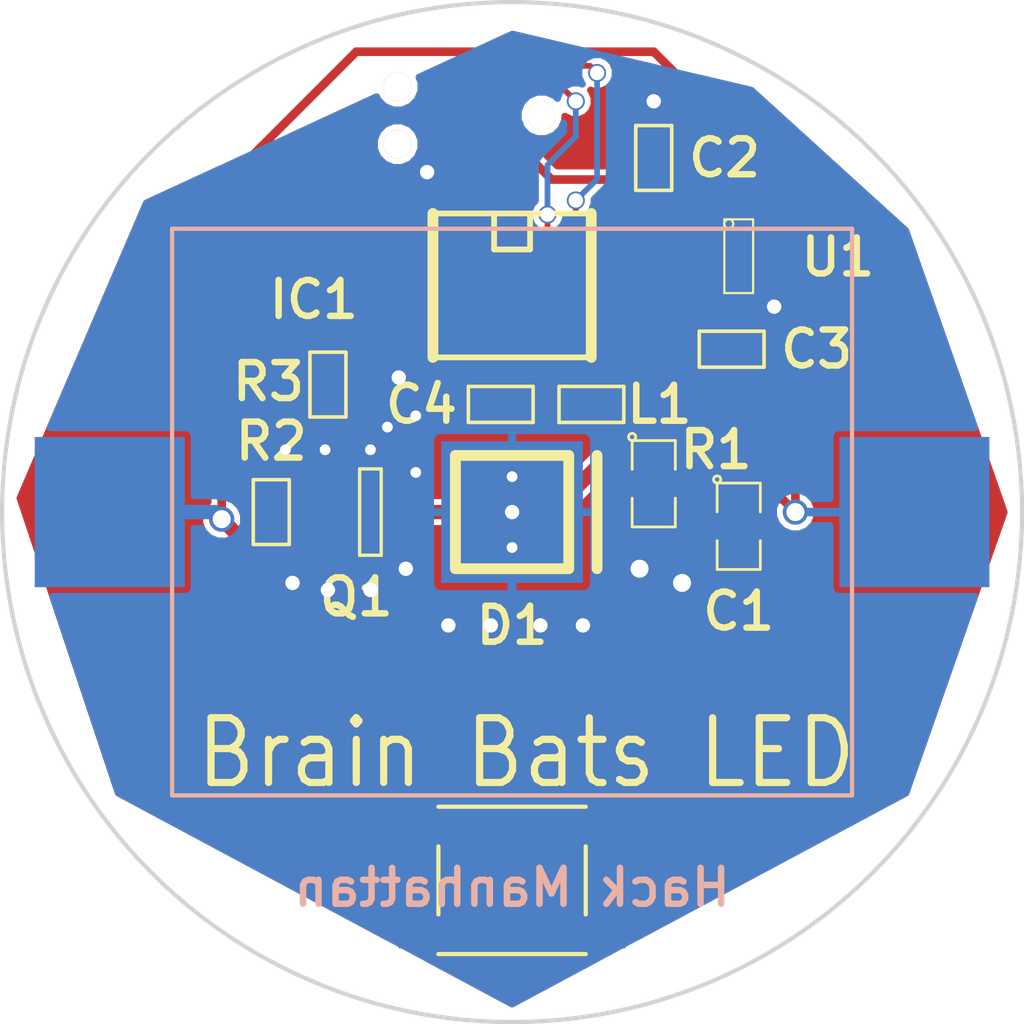
<source format=kicad_pcb>
(kicad_pcb (version 3) (host pcbnew "(2012-nov-02)-testing")

  (general
    (links 34)
    (no_connects 0)
    (area 72.268534 81.8852 122.4572 122.5668)
    (thickness 1.6)
    (drawings 3)
    (tracks 149)
    (zones 0)
    (modules 15)
    (nets 13)
  )

  (page A3)
  (layers
    (15 F.Cu signal)
    (0 B.Cu signal)
    (16 B.Adhes user)
    (17 F.Adhes user)
    (18 B.Paste user)
    (19 F.Paste user)
    (20 B.SilkS user)
    (21 F.SilkS user)
    (22 B.Mask user)
    (23 F.Mask user)
    (24 Dwgs.User user)
    (25 Cmts.User user)
    (26 Eco1.User user)
    (27 Eco2.User user)
    (28 Edge.Cuts user)
  )

  (setup
    (last_trace_width 0.2032)
    (user_trace_width 0.2032)
    (user_trace_width 0.254)
    (user_trace_width 0.3048)
    (user_trace_width 0.508)
    (trace_clearance 0.1524)
    (zone_clearance 0.2032)
    (zone_45_only no)
    (trace_min 0.1524)
    (segment_width 0.2)
    (edge_width 0.15)
    (via_size 0.889)
    (via_drill 0.635)
    (via_min_size 0.508)
    (via_min_drill 0.381)
    (user_via 0.508 0.381)
    (user_via 0.635 0.508)
    (user_via 1.27 0.762)
    (uvia_size 0.508)
    (uvia_drill 0.127)
    (uvias_allowed no)
    (uvia_min_size 0.508)
    (uvia_min_drill 0.127)
    (pcb_text_width 0.3)
    (pcb_text_size 1 1)
    (mod_edge_width 0.15)
    (mod_text_size 1 1)
    (mod_text_width 0.15)
    (pad_size 0.9906 0.9906)
    (pad_drill 0.9906)
    (pad_to_mask_clearance 0)
    (aux_axis_origin 0 0)
    (visible_elements FFFFFFBF)
    (pcbplotparams
      (layerselection 284196865)
      (usegerberextensions true)
      (excludeedgelayer true)
      (linewidth 152400)
      (plotframeref false)
      (viasonmask false)
      (mode 1)
      (useauxorigin false)
      (hpglpennumber 1)
      (hpglpenspeed 20)
      (hpglpendiameter 15)
      (hpglpenoverlay 2)
      (psnegative false)
      (psa4output false)
      (plotreference true)
      (plotvalue true)
      (plotothertext true)
      (plotinvisibletext false)
      (padsonsilk false)
      (subtractmaskfromsilk false)
      (outputformat 1)
      (mirror false)
      (drillshape 0)
      (scaleselection 1)
      (outputdirectory out))
  )

  (net 0 "")
  (net 1 +3.3V)
  (net 2 /BUTTON)
  (net 3 /CURRENT)
  (net 4 /MOSFET)
  (net 5 /MOSI)
  (net 6 /RESET)
  (net 7 /SCK)
  (net 8 GND)
  (net 9 N-000001)
  (net 10 N-000003)
  (net 11 N-000006)
  (net 12 VCC)

  (net_class Default "This is the default net class."
    (clearance 0.1524)
    (trace_width 0.2032)
    (via_dia 0.889)
    (via_drill 0.635)
    (uvia_dia 0.508)
    (uvia_drill 0.127)
    (add_net "")
    (add_net +3.3V)
    (add_net /BUTTON)
    (add_net /CURRENT)
    (add_net /MOSFET)
    (add_net /MOSI)
    (add_net /RESET)
    (add_net /SCK)
    (add_net GND)
    (add_net N-000001)
    (add_net N-000003)
    (add_net N-000006)
    (add_net VCC)
  )

  (module TC2030-MCP-NL (layer F.Cu) (tedit 51094940) (tstamp 510946D3)
    (at 98.5 86 180)
    (descr http://www.tag-connect.com/Materials/TC2030-MCP-NL%20PCB%20Footprint.pdf)
    (path /510942D6)
    (fp_text reference P1 (at 0 -4.064 180) (layer F.SilkS) hide
      (effects (font (size 1.524 1.524) (thickness 0.3048)))
    )
    (fp_text value CONN_3X2 (at 0 3.048 180) (layer F.SilkS) hide
      (effects (font (size 1.524 1.524) (thickness 0.3048)))
    )
    (pad 1 connect circle (at -1.27 0.635 180) (size 0.7874 0.7874)
      (layers F.Cu F.Mask)
      (net 2 /BUTTON)
      (clearance 0.4826)
    )
    (pad 2 connect circle (at -1.27 -0.635 180) (size 0.7874 0.7874)
      (layers F.Cu F.Mask)
      (net 1 +3.3V)
      (clearance 0.4826)
    )
    (pad 3 connect circle (at 0 0.635 180) (size 0.7874 0.7874)
      (layers F.Cu F.Mask)
      (net 7 /SCK)
      (clearance 0.4826)
    )
    (pad 4 connect circle (at 0 -0.635 180) (size 0.7874 0.7874)
      (layers F.Cu F.Mask)
      (net 5 /MOSI)
      (clearance 0.4826)
    )
    (pad 5 connect circle (at 1.27 0.635 180) (size 0.7874 0.7874)
      (layers F.Cu F.Mask)
      (net 6 /RESET)
      (clearance 0.4318)
    )
    (pad 6 connect circle (at 1.27 -0.635 180) (size 0.7874 0.7874)
      (layers F.Cu F.Mask)
      (net 8 GND)
      (clearance 0.4318)
    )
    (pad "" thru_hole circle (at -2.54 0 180) (size 0.9906 0.9906) (drill 0.9906)
      (layers *.Cu *.Mask F.SilkS)
    )
    (pad "" thru_hole circle (at 2.54 -1.016 180) (size 0.9906 0.9906) (drill 0.9906)
      (layers *.Cu *.Mask F.SilkS)
    )
    (pad "" thru_hole circle (at 2.54 1.016 180) (size 0.9906 0.9906) (drill 0.9906)
      (layers *.Cu *.Mask F.SilkS)
    )
  )

  (module SWITCH-ALPS (layer F.Cu) (tedit 5105E599) (tstamp 510946DF)
    (at 100 113)
    (descr "ALPS SKQGADE010")
    (path /510944CD)
    (fp_text reference SW1 (at 0 -3.5) (layer F.SilkS) hide
      (effects (font (size 1 1) (thickness 0.15)))
    )
    (fp_text value SWITCH-4 (at 0 4) (layer F.SilkS) hide
      (effects (font (size 1 1) (thickness 0.15)))
    )
    (fp_line (start -2.6 2.6) (end 2.6 2.6) (layer F.SilkS) (width 0.15))
    (fp_line (start -2.6 -1.2) (end -2.6 1.2) (layer F.SilkS) (width 0.15))
    (fp_line (start 2.6 -2.6) (end -2.6 -2.6) (layer F.SilkS) (width 0.15))
    (fp_line (start 2.6 1.2) (end 2.6 -1.2) (layer F.SilkS) (width 0.15))
    (pad 1 smd rect (at -3.1 -1.85) (size 1.8 1.1)
      (layers F.Cu F.Paste F.Mask)
      (net 2 /BUTTON)
    )
    (pad 2 smd rect (at 3.1 -1.85) (size 1.8 1.1)
      (layers F.Cu F.Paste F.Mask)
      (net 2 /BUTTON)
    )
    (pad 3 smd rect (at 3.1 1.85) (size 1.8 1.1)
      (layers F.Cu F.Paste F.Mask)
      (net 8 GND)
    )
    (pad 4 smd rect (at -3.1 1.85) (size 1.8 1.1)
      (layers F.Cu F.Paste F.Mask)
      (net 8 GND)
    )
  )

  (module SOT23GDS (layer F.Cu) (tedit 510948BE) (tstamp 510946EA)
    (at 95 100 90)
    (descr "Module CMS SOT23 Transistore EBC")
    (tags "CMS SOT")
    (path /51094679)
    (attr smd)
    (fp_text reference Q1 (at -3 -0.5 180) (layer F.SilkS)
      (effects (font (size 1.27 1.27) (thickness 0.2286)))
    )
    (fp_text value IRLML2246TRPBF (at -7.5 -17 90) (layer F.SilkS) hide
      (effects (font (size 0.762 0.762) (thickness 0.12954)))
    )
    (fp_line (start -1.524 -0.381) (end 1.524 -0.381) (layer F.SilkS) (width 0.11938))
    (fp_line (start 1.524 -0.381) (end 1.524 0.381) (layer F.SilkS) (width 0.11938))
    (fp_line (start 1.524 0.381) (end -1.524 0.381) (layer F.SilkS) (width 0.11938))
    (fp_line (start -1.524 0.381) (end -1.524 -0.381) (layer F.SilkS) (width 0.11938))
    (pad S smd rect (at -0.889 -1.016 90) (size 0.9144 0.9144)
      (layers F.Cu F.Paste F.Mask)
      (net 12 VCC)
    )
    (pad G smd rect (at 0.889 -1.016 90) (size 0.9144 0.9144)
      (layers F.Cu F.Paste F.Mask)
      (net 10 N-000003)
    )
    (pad D smd rect (at 0 1.016 90) (size 0.9144 0.9144)
      (layers F.Cu F.Paste F.Mask)
      (net 9 N-000001)
    )
    (model smd/cms_sot23.wrl
      (at (xyz 0 0 0))
      (scale (xyz 0.13 0.15 0.15))
      (rotate (xyz 0 0 0))
    )
  )

  (module SOT23 (layer F.Cu) (tedit 510948D5) (tstamp 510946F6)
    (at 108 91 270)
    (tags SOT23)
    (path /51094A52)
    (fp_text reference U1 (at 0 -3.5 360) (layer F.SilkS)
      (effects (font (size 1.27 1.27) (thickness 0.2286)))
    )
    (fp_text value AP7313 (at -7 -6 270) (layer F.SilkS) hide
      (effects (font (size 0.50038 0.50038) (thickness 0.09906)))
    )
    (fp_circle (center -1.17602 0.35052) (end -1.30048 0.44958) (layer F.SilkS) (width 0.07874))
    (fp_line (start 1.27 -0.508) (end 1.27 0.508) (layer F.SilkS) (width 0.07874))
    (fp_line (start -1.3335 -0.508) (end -1.3335 0.508) (layer F.SilkS) (width 0.07874))
    (fp_line (start 1.27 0.508) (end -1.3335 0.508) (layer F.SilkS) (width 0.07874))
    (fp_line (start -1.3335 -0.508) (end 1.27 -0.508) (layer F.SilkS) (width 0.07874))
    (pad 3 smd rect (at 0 -1.09982 270) (size 0.8001 1.00076)
      (layers F.Cu F.Paste F.Mask)
      (net 8 GND)
    )
    (pad 2 smd rect (at 0.9525 1.09982 270) (size 0.8001 1.00076)
      (layers F.Cu F.Paste F.Mask)
      (net 1 +3.3V)
    )
    (pad 1 smd rect (at -0.9525 1.09982 270) (size 0.8001 1.00076)
      (layers F.Cu F.Paste F.Mask)
      (net 12 VCC)
    )
    (model smd\SOT23_3.wrl
      (at (xyz 0 0 0))
      (scale (xyz 0.4 0.4 0.4))
      (rotate (xyz 0 0 180))
    )
  )

  (module SM0805 (layer F.Cu) (tedit 510954CA) (tstamp 51094703)
    (at 108 100.5 270)
    (path /51094431)
    (attr smd)
    (fp_text reference C1 (at 3 0 360) (layer F.SilkS)
      (effects (font (size 1.27 1.27) (thickness 0.2286)))
    )
    (fp_text value 10uF (at -10.5 -14 270) (layer F.SilkS) hide
      (effects (font (size 0.50038 0.50038) (thickness 0.10922)))
    )
    (fp_circle (center -1.651 0.762) (end -1.651 0.635) (layer F.SilkS) (width 0.09906))
    (fp_line (start -0.508 0.762) (end -1.524 0.762) (layer F.SilkS) (width 0.09906))
    (fp_line (start -1.524 0.762) (end -1.524 -0.762) (layer F.SilkS) (width 0.09906))
    (fp_line (start -1.524 -0.762) (end -0.508 -0.762) (layer F.SilkS) (width 0.09906))
    (fp_line (start 0.508 -0.762) (end 1.524 -0.762) (layer F.SilkS) (width 0.09906))
    (fp_line (start 1.524 -0.762) (end 1.524 0.762) (layer F.SilkS) (width 0.09906))
    (fp_line (start 1.524 0.762) (end 0.508 0.762) (layer F.SilkS) (width 0.09906))
    (pad 1 smd rect (at -0.9525 0 270) (size 0.889 1.397)
      (layers F.Cu F.Paste F.Mask)
      (net 12 VCC)
    )
    (pad 2 smd rect (at 0.9525 0 270) (size 0.889 1.397)
      (layers F.Cu F.Paste F.Mask)
      (net 8 GND)
    )
    (model smd/chip_cms.wrl
      (at (xyz 0 0 0))
      (scale (xyz 0.1 0.1 0.1))
      (rotate (xyz 0 0 0))
    )
  )

  (module SM0805 (layer F.Cu) (tedit 510951ED) (tstamp 51094710)
    (at 105 99 270)
    (path /5109471A)
    (attr smd)
    (fp_text reference R1 (at -1.2 -2.2 360) (layer F.SilkS)
      (effects (font (size 1.27 1.27) (thickness 0.2286)))
    )
    (fp_text value R (at -5 -15.5 360) (layer F.SilkS) hide
      (effects (font (size 0.50038 0.50038) (thickness 0.10922)))
    )
    (fp_circle (center -1.651 0.762) (end -1.651 0.635) (layer F.SilkS) (width 0.09906))
    (fp_line (start -0.508 0.762) (end -1.524 0.762) (layer F.SilkS) (width 0.09906))
    (fp_line (start -1.524 0.762) (end -1.524 -0.762) (layer F.SilkS) (width 0.09906))
    (fp_line (start -1.524 -0.762) (end -0.508 -0.762) (layer F.SilkS) (width 0.09906))
    (fp_line (start 0.508 -0.762) (end 1.524 -0.762) (layer F.SilkS) (width 0.09906))
    (fp_line (start 1.524 -0.762) (end 1.524 0.762) (layer F.SilkS) (width 0.09906))
    (fp_line (start 1.524 0.762) (end 0.508 0.762) (layer F.SilkS) (width 0.09906))
    (pad 1 smd rect (at -0.9525 0 270) (size 0.889 1.397)
      (layers F.Cu F.Paste F.Mask)
      (net 11 N-000006)
    )
    (pad 2 smd rect (at 0.9525 0 270) (size 0.889 1.397)
      (layers F.Cu F.Paste F.Mask)
      (net 8 GND)
    )
    (model smd/chip_cms.wrl
      (at (xyz 0 0 0))
      (scale (xyz 0.1 0.1 0.1))
      (rotate (xyz 0 0 0))
    )
  )

  (module SM0603 (layer F.Cu) (tedit 510948D9) (tstamp 5109471A)
    (at 105 87.5 90)
    (path /5109439C)
    (attr smd)
    (fp_text reference C2 (at 0 2.5 180) (layer F.SilkS)
      (effects (font (size 1.27 1.27) (thickness 0.2286)))
    )
    (fp_text value 0.1uF (at 0 0 90) (layer F.SilkS) hide
      (effects (font (size 0.508 0.4572) (thickness 0.1143)))
    )
    (fp_line (start -1.143 -0.635) (end 1.143 -0.635) (layer F.SilkS) (width 0.127))
    (fp_line (start 1.143 -0.635) (end 1.143 0.635) (layer F.SilkS) (width 0.127))
    (fp_line (start 1.143 0.635) (end -1.143 0.635) (layer F.SilkS) (width 0.127))
    (fp_line (start -1.143 0.635) (end -1.143 -0.635) (layer F.SilkS) (width 0.127))
    (pad 1 smd rect (at -0.762 0 90) (size 0.635 1.143)
      (layers F.Cu F.Paste F.Mask)
      (net 1 +3.3V)
    )
    (pad 2 smd rect (at 0.762 0 90) (size 0.635 1.143)
      (layers F.Cu F.Paste F.Mask)
      (net 8 GND)
    )
    (model smd\resistors\R0603.wrl
      (at (xyz 0 0 0.001))
      (scale (xyz 0.5 0.5 0.5))
      (rotate (xyz 0 0 0))
    )
  )

  (module SM0603 (layer F.Cu) (tedit 510948D1) (tstamp 51094724)
    (at 107.75 94.25)
    (path /51094D13)
    (attr smd)
    (fp_text reference C3 (at 3 0) (layer F.SilkS)
      (effects (font (size 1.27 1.27) (thickness 0.2286)))
    )
    (fp_text value 1uF (at 0 0) (layer F.SilkS) hide
      (effects (font (size 0.508 0.4572) (thickness 0.1143)))
    )
    (fp_line (start -1.143 -0.635) (end 1.143 -0.635) (layer F.SilkS) (width 0.127))
    (fp_line (start 1.143 -0.635) (end 1.143 0.635) (layer F.SilkS) (width 0.127))
    (fp_line (start 1.143 0.635) (end -1.143 0.635) (layer F.SilkS) (width 0.127))
    (fp_line (start -1.143 0.635) (end -1.143 -0.635) (layer F.SilkS) (width 0.127))
    (pad 1 smd rect (at -0.762 0) (size 0.635 1.143)
      (layers F.Cu F.Paste F.Mask)
      (net 1 +3.3V)
    )
    (pad 2 smd rect (at 0.762 0) (size 0.635 1.143)
      (layers F.Cu F.Paste F.Mask)
      (net 8 GND)
    )
    (model smd\resistors\R0603.wrl
      (at (xyz 0 0 0.001))
      (scale (xyz 0.5 0.5 0.5))
      (rotate (xyz 0 0 0))
    )
  )

  (module CREE-XPC-LED (layer F.Cu) (tedit 510948C5) (tstamp 51094731)
    (at 100 100)
    (path /510945DE)
    (fp_text reference D1 (at 0 4) (layer F.SilkS)
      (effects (font (size 1.27 1.27) (thickness 0.2286)))
    )
    (fp_text value LED-PAD (at -21.5 21.5) (layer F.SilkS) hide
      (effects (font (size 1.524 1.524) (thickness 0.3048)))
    )
    (fp_line (start 2.99974 -1.99898) (end 2.99974 1.99898) (layer F.SilkS) (width 0.381))
    (fp_line (start -1.99898 0) (end -1.99898 -1.99898) (layer F.SilkS) (width 0.381))
    (fp_line (start -1.99898 -1.99898) (end 1.99898 -1.99898) (layer F.SilkS) (width 0.381))
    (fp_line (start 1.99898 -1.99898) (end 1.99898 1.99898) (layer F.SilkS) (width 0.381))
    (fp_line (start 1.99898 1.99898) (end -1.99898 1.99898) (layer F.SilkS) (width 0.381))
    (fp_line (start -1.99898 1.99898) (end -1.99898 0) (layer F.SilkS) (width 0.381))
    (pad 3 smd rect (at 0 0) (size 1.30048 3.29946)
      (layers F.Cu F.Paste F.Mask)
      (net 8 GND)
    )
    (pad 1 smd rect (at -1.39954 0) (size 0.50038 3.29946)
      (layers F.Cu F.Paste F.Mask)
      (net 9 N-000001)
    )
    (pad 2 smd rect (at 1.39954 0) (size 0.50038 3.29946)
      (layers F.Cu F.Paste F.Mask)
      (net 11 N-000006)
    )
    (model creexpc.wrl
      (at (xyz 0 0 0.001))
      (scale (xyz 0.4 0.4 0.4))
      (rotate (xyz 0 0 0))
    )
  )

  (module BATTERY-BHX2-2032 (layer B.Cu) (tedit 510945B9) (tstamp 5109473C)
    (at 100 100)
    (path /510943D3)
    (fp_text reference BT1 (at 0 12) (layer B.SilkS) hide
      (effects (font (size 1 1) (thickness 0.15)) (justify mirror))
    )
    (fp_text value BATTERY (at 0 -12.2) (layer B.SilkS) hide
      (effects (font (size 1 1) (thickness 0.15)) (justify mirror))
    )
    (fp_line (start -12 -10) (end 12 -10) (layer B.SilkS) (width 0.15))
    (fp_line (start 12 -10) (end 12 10) (layer B.SilkS) (width 0.15))
    (fp_line (start 12 10) (end -12 10) (layer B.SilkS) (width 0.15))
    (fp_line (start -12 10) (end -12 -10) (layer B.SilkS) (width 0.15))
    (pad 1 smd rect (at -14.2 0) (size 5.3 5.3)
      (layers B.Cu B.Paste B.Mask)
      (net 12 VCC)
    )
    (pad 1 smd rect (at 14.2 0) (size 5.3 5.3)
      (layers B.Cu B.Paste B.Mask)
      (net 12 VCC)
    )
    (pad 2 smd rect (at 0 0) (size 5 5)
      (layers B.Cu B.Paste B.Mask)
      (net 8 GND)
    )
  )

  (module SOIC8-5.3MM (layer F.Cu) (tedit 510948B2) (tstamp 51094746)
    (at 100 92 270)
    (path /510941FD)
    (attr smd)
    (fp_text reference IC1 (at 0.5 7 360) (layer F.SilkS)
      (effects (font (size 1.27 1.27) (thickness 0.2286)))
    )
    (fp_text value ATTINY85-S (at -3 19.5 270) (layer F.SilkS) hide
      (effects (font (size 1.016 1.016) (thickness 0.2032)))
    )
    (fp_line (start -2.54 2.794) (end 2.54 2.794) (layer F.SilkS) (width 0.381))
    (fp_line (start -2.54 -2.794) (end 2.54 -2.794) (layer F.SilkS) (width 0.381))
    (fp_line (start 2.54 -2.794) (end 2.54 2.794) (layer F.SilkS) (width 0.2032))
    (fp_line (start -2.54 -2.794) (end -2.54 2.794) (layer F.SilkS) (width 0.2032))
    (fp_line (start -2.54 -0.635) (end -1.27 -0.635) (layer F.SilkS) (width 0.2032))
    (fp_line (start -1.27 -0.635) (end -1.27 0.635) (layer F.SilkS) (width 0.2032))
    (fp_line (start -1.27 0.635) (end -2.54 0.635) (layer F.SilkS) (width 0.2032))
    (pad 1 smd rect (at -1.905 3.81 270) (size 0.762 1.524)
      (layers F.Cu F.Paste F.Mask)
      (net 6 /RESET)
    )
    (pad 2 smd rect (at -0.635 3.81 270) (size 0.762 1.524)
      (layers F.Cu F.Paste F.Mask)
      (net 4 /MOSFET)
    )
    (pad 3 smd rect (at 0.635 3.81 270) (size 0.762 1.524)
      (layers F.Cu F.Paste F.Mask)
      (net 3 /CURRENT)
    )
    (pad 4 smd rect (at 1.905 3.81 270) (size 0.762 1.524)
      (layers F.Cu F.Paste F.Mask)
      (net 8 GND)
    )
    (pad 8 smd rect (at -1.905 -3.81 270) (size 0.762 1.524)
      (layers F.Cu F.Paste F.Mask)
      (net 1 +3.3V)
    )
    (pad 7 smd rect (at -0.635 -3.81 270) (size 0.762 1.524)
      (layers F.Cu F.Paste F.Mask)
      (net 7 /SCK)
    )
    (pad 6 smd rect (at 0.635 -3.81 270) (size 0.762 1.524)
      (layers F.Cu F.Paste F.Mask)
      (net 2 /BUTTON)
    )
    (pad 5 smd rect (at 1.905 -3.81 270) (size 0.762 1.524)
      (layers F.Cu F.Paste F.Mask)
      (net 5 /MOSI)
    )
    (model smd/cms_soj24.wrl
      (at (xyz 0 0 0))
      (scale (xyz 0.5 0.6 0.5))
      (rotate (xyz 0 0 0))
    )
  )

  (module SM0603 (layer F.Cu) (tedit 510948B6) (tstamp 51094798)
    (at 91.5 100 90)
    (path /5109477A)
    (attr smd)
    (fp_text reference R2 (at 2.5 0 180) (layer F.SilkS)
      (effects (font (size 1.27 1.27) (thickness 0.2286)))
    )
    (fp_text value 10K (at 0 0 90) (layer F.SilkS) hide
      (effects (font (size 0.508 0.4572) (thickness 0.1143)))
    )
    (fp_line (start -1.143 -0.635) (end 1.143 -0.635) (layer F.SilkS) (width 0.127))
    (fp_line (start 1.143 -0.635) (end 1.143 0.635) (layer F.SilkS) (width 0.127))
    (fp_line (start 1.143 0.635) (end -1.143 0.635) (layer F.SilkS) (width 0.127))
    (fp_line (start -1.143 0.635) (end -1.143 -0.635) (layer F.SilkS) (width 0.127))
    (pad 1 smd rect (at -0.762 0 90) (size 0.635 1.143)
      (layers F.Cu F.Paste F.Mask)
      (net 12 VCC)
    )
    (pad 2 smd rect (at 0.762 0 90) (size 0.635 1.143)
      (layers F.Cu F.Paste F.Mask)
      (net 10 N-000003)
    )
    (model smd\resistors\R0603.wrl
      (at (xyz 0 0 0.001))
      (scale (xyz 0.5 0.5 0.5))
      (rotate (xyz 0 0 0))
    )
  )

  (module SM0603 (layer F.Cu) (tedit 51095200) (tstamp 51094A32)
    (at 93.5 95.5 90)
    (path /51094A11)
    (attr smd)
    (fp_text reference R3 (at 0.1 -2.1 180) (layer F.SilkS)
      (effects (font (size 1.27 1.27) (thickness 0.2286)))
    )
    (fp_text value 100R (at 0 0 90) (layer F.SilkS) hide
      (effects (font (size 0.508 0.4572) (thickness 0.1143)))
    )
    (fp_line (start -1.143 -0.635) (end 1.143 -0.635) (layer F.SilkS) (width 0.127))
    (fp_line (start 1.143 -0.635) (end 1.143 0.635) (layer F.SilkS) (width 0.127))
    (fp_line (start 1.143 0.635) (end -1.143 0.635) (layer F.SilkS) (width 0.127))
    (fp_line (start -1.143 0.635) (end -1.143 -0.635) (layer F.SilkS) (width 0.127))
    (pad 1 smd rect (at -0.762 0 90) (size 0.635 1.143)
      (layers F.Cu F.Paste F.Mask)
      (net 10 N-000003)
    )
    (pad 2 smd rect (at 0.762 0 90) (size 0.635 1.143)
      (layers F.Cu F.Paste F.Mask)
      (net 4 /MOSFET)
    )
    (model smd\resistors\R0603.wrl
      (at (xyz 0 0 0.001))
      (scale (xyz 0.5 0.5 0.5))
      (rotate (xyz 0 0 0))
    )
  )

  (module SM0603 (layer F.Cu) (tedit 51095204) (tstamp 5109521B)
    (at 99.6 96.2)
    (path /51094D1E)
    (attr smd)
    (fp_text reference C4 (at -2.8 0) (layer F.SilkS)
      (effects (font (size 1.27 1.27) (thickness 0.2286)))
    )
    (fp_text value 0.1uF (at 0 0) (layer F.SilkS) hide
      (effects (font (size 0.508 0.4572) (thickness 0.1143)))
    )
    (fp_line (start -1.143 -0.635) (end 1.143 -0.635) (layer F.SilkS) (width 0.127))
    (fp_line (start 1.143 -0.635) (end 1.143 0.635) (layer F.SilkS) (width 0.127))
    (fp_line (start 1.143 0.635) (end -1.143 0.635) (layer F.SilkS) (width 0.127))
    (fp_line (start -1.143 0.635) (end -1.143 -0.635) (layer F.SilkS) (width 0.127))
    (pad 1 smd rect (at -0.762 0) (size 0.635 1.143)
      (layers F.Cu F.Paste F.Mask)
      (net 8 GND)
    )
    (pad 2 smd rect (at 0.762 0) (size 0.635 1.143)
      (layers F.Cu F.Paste F.Mask)
      (net 3 /CURRENT)
    )
    (model smd\resistors\R0603.wrl
      (at (xyz 0 0 0.001))
      (scale (xyz 0.5 0.5 0.5))
      (rotate (xyz 0 0 0))
    )
  )

  (module SM0603 (layer F.Cu) (tedit 510951F0) (tstamp 51094FBB)
    (at 102.8 96.2 180)
    (path /5109500C)
    (attr smd)
    (fp_text reference L1 (at -2.4 0 180) (layer F.SilkS)
      (effects (font (size 1.27 1.27) (thickness 0.2286)))
    )
    (fp_text value INDUCTOR (at 0 0 180) (layer F.SilkS) hide
      (effects (font (size 0.508 0.4572) (thickness 0.1143)))
    )
    (fp_line (start -1.143 -0.635) (end 1.143 -0.635) (layer F.SilkS) (width 0.127))
    (fp_line (start 1.143 -0.635) (end 1.143 0.635) (layer F.SilkS) (width 0.127))
    (fp_line (start 1.143 0.635) (end -1.143 0.635) (layer F.SilkS) (width 0.127))
    (fp_line (start -1.143 0.635) (end -1.143 -0.635) (layer F.SilkS) (width 0.127))
    (pad 1 smd rect (at -0.762 0 180) (size 0.635 1.143)
      (layers F.Cu F.Paste F.Mask)
      (net 11 N-000006)
    )
    (pad 2 smd rect (at 0.762 0 180) (size 0.635 1.143)
      (layers F.Cu F.Paste F.Mask)
      (net 3 /CURRENT)
    )
    (model smd\resistors\R0603.wrl
      (at (xyz 0 0 0.001))
      (scale (xyz 0.5 0.5 0.5))
      (rotate (xyz 0 0 0))
    )
  )

  (gr_text "Hack Manhattan" (at 100 113.25) (layer B.SilkS)
    (effects (font (size 1.27 1.27) (thickness 0.2286)) (justify mirror))
  )
  (gr_text "Brain Bats LED" (at 100.5 108.5) (layer F.SilkS)
    (effects (font (size 2.286 2.032) (thickness 0.254)))
  )
  (gr_circle (center 100 100) (end 118 100) (layer Edge.Cuts) (width 0.15))

  (segment (start 106.988 94.25) (end 106.988 92.04032) (width 0.3048) (layer F.Cu) (net 1))
  (segment (start 106.988 92.04032) (end 106.90018 91.9525) (width 0.3048) (layer F.Cu) (net 1) (tstamp 51094BD6))
  (segment (start 105 88.262) (end 101.397 88.262) (width 0.3048) (layer F.Cu) (net 1))
  (segment (start 101.397 88.262) (end 99.77 86.635) (width 0.3048) (layer F.Cu) (net 1) (tstamp 51094B5F))
  (segment (start 105 88.262) (end 105 88.905) (width 0.3048) (layer F.Cu) (net 1))
  (segment (start 105 88.905) (end 103.81 90.095) (width 0.3048) (layer F.Cu) (net 1) (tstamp 51094B5C))
  (segment (start 106.90018 91.9525) (end 106.90018 91.90018) (width 0.3048) (layer F.Cu) (net 1))
  (segment (start 105.095 90.095) (end 103.81 90.095) (width 0.3048) (layer F.Cu) (net 1) (tstamp 51094B53))
  (segment (start 106.90018 91.90018) (end 105.095 90.095) (width 0.3048) (layer F.Cu) (net 1) (tstamp 51094B52))
  (segment (start 103.1 111.15) (end 96.9 111.15) (width 0.2032) (layer F.Cu) (net 2))
  (segment (start 103.81 92.635) (end 104.635 92.635) (width 0.2032) (layer F.Cu) (net 2))
  (segment (start 103.1 104.4) (end 103.1 111.15) (width 0.2032) (layer F.Cu) (net 2) (tstamp 51094BC7))
  (segment (start 106.5 101) (end 103.1 104.4) (width 0.2032) (layer F.Cu) (net 2) (tstamp 51094BC5))
  (segment (start 106.5 96.75) (end 106.5 101) (width 0.2032) (layer F.Cu) (net 2) (tstamp 51094BC4))
  (segment (start 105.75 96) (end 106.5 96.75) (width 0.2032) (layer F.Cu) (net 2) (tstamp 51094BC2))
  (segment (start 105.75 93.75) (end 105.75 96) (width 0.2032) (layer F.Cu) (net 2) (tstamp 51094BC0))
  (segment (start 104.635 92.635) (end 105.75 93.75) (width 0.2032) (layer F.Cu) (net 2) (tstamp 51094BBD))
  (segment (start 103.81 92.635) (end 102.635 92.635) (width 0.2032) (layer F.Cu) (net 2))
  (segment (start 100.135 85.365) (end 99.77 85.365) (width 0.2032) (layer F.Cu) (net 2) (tstamp 51094BB7))
  (segment (start 100.5 85) (end 100.135 85.365) (width 0.2032) (layer F.Cu) (net 2) (tstamp 51094BB6))
  (segment (start 101.75 85) (end 100.5 85) (width 0.2032) (layer F.Cu) (net 2) (tstamp 51094BB5))
  (segment (start 102.25 85.5) (end 101.75 85) (width 0.2032) (layer F.Cu) (net 2) (tstamp 51094BB4))
  (via (at 102.25 85.5) (size 0.635) (drill 0.508) (layers F.Cu B.Cu) (net 2))
  (segment (start 102.25 86.75) (end 102.25 85.5) (width 0.2032) (layer B.Cu) (net 2) (tstamp 51094BB1))
  (segment (start 101.25 87.75) (end 102.25 86.75) (width 0.2032) (layer B.Cu) (net 2) (tstamp 51094BB0))
  (segment (start 101.25 89.5) (end 101.25 87.75) (width 0.2032) (layer B.Cu) (net 2) (tstamp 51094BAF))
  (via (at 101.25 89.5) (size 0.635) (drill 0.508) (layers F.Cu B.Cu) (net 2))
  (segment (start 101.25 91.25) (end 101.25 89.5) (width 0.2032) (layer F.Cu) (net 2) (tstamp 51094BAC))
  (segment (start 102.635 92.635) (end 101.25 91.25) (width 0.2032) (layer F.Cu) (net 2) (tstamp 51094BA9))
  (segment (start 100.362 96.2) (end 100.362 94.162) (width 0.3048) (layer F.Cu) (net 3))
  (segment (start 98.835 92.635) (end 96.19 92.635) (width 0.3048) (layer F.Cu) (net 3) (tstamp 5109500C))
  (segment (start 100.362 94.162) (end 98.835 92.635) (width 0.3048) (layer F.Cu) (net 3) (tstamp 5109500A))
  (segment (start 102.038 96.2) (end 100.362 96.2) (width 0.3048) (layer F.Cu) (net 3))
  (segment (start 93.5 94.738) (end 93.5 92.25) (width 0.2032) (layer F.Cu) (net 4))
  (segment (start 94.385 91.365) (end 96.19 91.365) (width 0.2032) (layer F.Cu) (net 4) (tstamp 51094A56))
  (segment (start 93.5 92.25) (end 94.385 91.365) (width 0.2032) (layer F.Cu) (net 4) (tstamp 51094A55))
  (segment (start 103.81 93.905) (end 101.905 93.905) (width 0.2032) (layer F.Cu) (net 5))
  (segment (start 98.5 90.5) (end 98.5 86.635) (width 0.2032) (layer F.Cu) (net 5) (tstamp 51094A9B))
  (segment (start 101.905 93.905) (end 98.5 90.5) (width 0.2032) (layer F.Cu) (net 5) (tstamp 51094A98))
  (segment (start 97.23 85.365) (end 96.885 85.365) (width 0.2032) (layer F.Cu) (net 6))
  (segment (start 95.095 90.095) (end 96.19 90.095) (width 0.2032) (layer F.Cu) (net 6) (tstamp 51094A95))
  (segment (start 94.5 89.5) (end 95.095 90.095) (width 0.2032) (layer F.Cu) (net 6) (tstamp 51094A94))
  (segment (start 94.5 86.5) (end 94.5 89.5) (width 0.2032) (layer F.Cu) (net 6) (tstamp 51094A93))
  (segment (start 95 86) (end 94.5 86.5) (width 0.2032) (layer F.Cu) (net 6) (tstamp 51094A92))
  (segment (start 96.25 86) (end 95 86) (width 0.2032) (layer F.Cu) (net 6) (tstamp 51094A91))
  (segment (start 96.885 85.365) (end 96.25 86) (width 0.2032) (layer F.Cu) (net 6) (tstamp 51094A90))
  (segment (start 103.81 91.365) (end 102.865 91.365) (width 0.2032) (layer F.Cu) (net 7))
  (segment (start 98.75 85.115) (end 98.5 85.365) (width 0.2032) (layer F.Cu) (net 7) (tstamp 51094B9E))
  (segment (start 98.75 84.5) (end 98.75 85.115) (width 0.2032) (layer F.Cu) (net 7) (tstamp 51094B9D))
  (segment (start 99 84.25) (end 98.75 84.5) (width 0.2032) (layer F.Cu) (net 7) (tstamp 51094B9C))
  (segment (start 102.75 84.25) (end 99 84.25) (width 0.2032) (layer F.Cu) (net 7) (tstamp 51094B9B))
  (segment (start 103 84.5) (end 102.75 84.25) (width 0.2032) (layer F.Cu) (net 7) (tstamp 51094B9A))
  (via (at 103 84.5) (size 0.635) (drill 0.508) (layers F.Cu B.Cu) (net 7))
  (segment (start 103 88.25) (end 103 84.5) (width 0.2032) (layer B.Cu) (net 7) (tstamp 51094B98))
  (segment (start 102.25 89) (end 103 88.25) (width 0.2032) (layer B.Cu) (net 7) (tstamp 51094B97))
  (via (at 102.25 89) (size 0.635) (drill 0.508) (layers F.Cu B.Cu) (net 7))
  (segment (start 102.25 90.75) (end 102.25 89) (width 0.2032) (layer F.Cu) (net 7) (tstamp 51094B95))
  (segment (start 102.865 91.365) (end 102.25 90.75) (width 0.2032) (layer F.Cu) (net 7) (tstamp 51094B93))
  (segment (start 96 95.25) (end 96 96) (width 0.3048) (layer B.Cu) (net 8))
  (segment (start 96.19 95.06) (end 96 95.25) (width 0.254) (layer F.Cu) (net 8) (tstamp 51094BF5))
  (via (at 96 95.25) (size 0.635) (drill 0.508) (layers F.Cu B.Cu) (net 8))
  (segment (start 96.19 93.905) (end 96.19 95.06) (width 0.254) (layer F.Cu) (net 8))
  (via (at 92 97.8) (size 0.508) (drill 0.381) (layers F.Cu B.Cu) (net 8))
  (segment (start 93.4 97.8) (end 92 97.8) (width 0.3048) (layer F.Cu) (net 8) (tstamp 51095037))
  (via (at 93.4 97.8) (size 0.508) (drill 0.381) (layers F.Cu B.Cu) (net 8))
  (segment (start 95 97.8) (end 93.4 97.8) (width 0.3048) (layer B.Cu) (net 8) (tstamp 51095034))
  (via (at 95 97.8) (size 0.508) (drill 0.381) (layers F.Cu B.Cu) (net 8))
  (segment (start 95 97.6) (end 95 97.8) (width 0.3048) (layer F.Cu) (net 8) (tstamp 51095032))
  (segment (start 95.6 97) (end 95 97.6) (width 0.3048) (layer F.Cu) (net 8) (tstamp 51095031))
  (via (at 95.6 97) (size 0.508) (drill 0.381) (layers F.Cu B.Cu) (net 8))
  (segment (start 95.6 97.6) (end 95.6 97) (width 0.3048) (layer B.Cu) (net 8) (tstamp 5109502F))
  (segment (start 96.6 98.6) (end 95.6 97.6) (width 0.3048) (layer B.Cu) (net 8) (tstamp 5109502E))
  (via (at 96.6 98.6) (size 0.508) (drill 0.381) (layers F.Cu B.Cu) (net 8))
  (segment (start 96.6 96.6) (end 96.6 98.6) (width 0.3048) (layer F.Cu) (net 8) (tstamp 5109502B))
  (via (at 96.6 96.6) (size 0.508) (drill 0.381) (layers F.Cu B.Cu) (net 8))
  (segment (start 96 96) (end 96.6 96.6) (width 0.3048) (layer B.Cu) (net 8) (tstamp 51095029))
  (segment (start 97.75 104) (end 96.25 102.5) (width 0.3048) (layer B.Cu) (net 8))
  (via (at 92.25 102.5) (size 0.635) (drill 0.508) (layers F.Cu B.Cu) (net 8))
  (segment (start 93.25 102.5) (end 92.25 102.5) (width 0.3048) (layer F.Cu) (net 8) (tstamp 51094E29))
  (segment (start 93.5 102.75) (end 93.25 102.5) (width 0.3048) (layer F.Cu) (net 8) (tstamp 51094E28))
  (via (at 93.5 102.75) (size 0.635) (drill 0.508) (layers F.Cu B.Cu) (net 8))
  (segment (start 95 102.75) (end 93.5 102.75) (width 0.3048) (layer B.Cu) (net 8) (tstamp 51094E25))
  (via (at 95 102.75) (size 0.635) (drill 0.508) (layers F.Cu B.Cu) (net 8))
  (segment (start 95.5 102.75) (end 95 102.75) (width 0.3048) (layer F.Cu) (net 8) (tstamp 51094E23))
  (segment (start 96.25 102) (end 95.5 102.75) (width 0.3048) (layer F.Cu) (net 8) (tstamp 51094E22))
  (via (at 96.25 102) (size 0.635) (drill 0.508) (layers F.Cu B.Cu) (net 8))
  (segment (start 96.25 102.5) (end 96.25 102) (width 0.3048) (layer B.Cu) (net 8) (tstamp 51094E1E))
  (segment (start 100 100) (end 100 103.25) (width 0.3048) (layer B.Cu) (net 8))
  (segment (start 100 103.25) (end 99.25 104) (width 0.3048) (layer B.Cu) (net 8) (tstamp 51094DF0))
  (segment (start 99.25 104) (end 97.75 104) (width 0.3048) (layer B.Cu) (net 8) (tstamp 51094DF3))
  (via (at 97.75 104) (size 0.635) (drill 0.508) (layers F.Cu B.Cu) (net 8))
  (segment (start 97.75 104) (end 99.25 104) (width 0.3048) (layer F.Cu) (net 8) (tstamp 51094DF6))
  (via (at 99.25 104) (size 0.635) (drill 0.508) (layers F.Cu B.Cu) (net 8))
  (segment (start 99.25 104) (end 101 104) (width 0.3048) (layer B.Cu) (net 8) (tstamp 51094DF9))
  (via (at 102.5 104) (size 0.635) (drill 0.508) (layers F.Cu B.Cu) (net 8))
  (segment (start 101 104) (end 102.5 104) (width 0.3048) (layer F.Cu) (net 8) (tstamp 51094DFC))
  (via (at 101 104) (size 0.635) (drill 0.508) (layers F.Cu B.Cu) (net 8))
  (segment (start 97.23 86.635) (end 97.23 87.77) (width 0.254) (layer F.Cu) (net 8))
  (via (at 97 88) (size 0.635) (drill 0.508) (layers F.Cu B.Cu) (net 8))
  (segment (start 97.23 87.77) (end 97 88) (width 0.254) (layer F.Cu) (net 8) (tstamp 51094BFE))
  (segment (start 105 86.738) (end 105 85.5) (width 0.254) (layer F.Cu) (net 8))
  (via (at 105 85.5) (size 0.635) (drill 0.508) (layers F.Cu B.Cu) (net 8))
  (segment (start 108.512 94.25) (end 108.512 93.488) (width 0.3048) (layer F.Cu) (net 8))
  (via (at 109.25 92.75) (size 0.635) (drill 0.508) (layers F.Cu B.Cu) (net 8))
  (segment (start 108.512 93.488) (end 109.25 92.75) (width 0.3048) (layer F.Cu) (net 8) (tstamp 51094B43))
  (segment (start 100 100) (end 100 101.25) (width 0.3048) (layer B.Cu) (net 8))
  (segment (start 100 101.25) (end 100 100) (width 0.3048) (layer F.Cu) (net 8) (tstamp 51094AA3))
  (via (at 100 101.25) (size 0.508) (drill 0.381) (layers F.Cu B.Cu) (net 8))
  (segment (start 100 100) (end 100 98.75) (width 0.3048) (layer F.Cu) (net 8))
  (segment (start 100 98.75) (end 100 100) (width 0.3048) (layer B.Cu) (net 8) (tstamp 51094A9F))
  (via (at 100 98.75) (size 0.508) (drill 0.381) (layers F.Cu B.Cu) (net 8))
  (via (at 100 100) (size 0.635) (drill 0.508) (layers F.Cu B.Cu) (net 8))
  (segment (start 105 99.9525) (end 105 101.5) (width 0.3048) (layer F.Cu) (net 8))
  (via (at 104.5 102) (size 0.889) (layers F.Cu B.Cu) (net 8))
  (segment (start 105 101.5) (end 104.5 102) (width 0.3048) (layer F.Cu) (net 8) (tstamp 51094A8A))
  (segment (start 108 101.4525) (end 107.0475 101.4525) (width 0.3048) (layer F.Cu) (net 8))
  (via (at 106 102.5) (size 0.889) (layers F.Cu B.Cu) (net 8))
  (segment (start 107.0475 101.4525) (end 106 102.5) (width 0.3048) (layer F.Cu) (net 8) (tstamp 51094A85))
  (segment (start 96.016 100) (end 98.60046 100) (width 0.508) (layer F.Cu) (net 9))
  (segment (start 91.5 99.238) (end 93.857 99.238) (width 0.2032) (layer F.Cu) (net 10))
  (segment (start 93.857 99.238) (end 93.984 99.111) (width 0.2032) (layer F.Cu) (net 10) (tstamp 51094A5A))
  (segment (start 93.984 99.111) (end 93.984 96.746) (width 0.2032) (layer F.Cu) (net 10))
  (segment (start 93.984 96.746) (end 93.5 96.262) (width 0.2032) (layer F.Cu) (net 10) (tstamp 51094A52))
  (segment (start 105 98.0475) (end 105 97.638) (width 0.3048) (layer F.Cu) (net 11))
  (segment (start 105 97.638) (end 103.562 96.2) (width 0.3048) (layer F.Cu) (net 11) (tstamp 51095005))
  (segment (start 105 98.0475) (end 103.5 98.0475) (width 0.508) (layer F.Cu) (net 11))
  (segment (start 103.5 98.0475) (end 103.35204 98.0475) (width 0.508) (layer F.Cu) (net 11) (tstamp 51094AA8))
  (segment (start 103.35204 98.0475) (end 101.39954 100) (width 0.508) (layer F.Cu) (net 11) (tstamp 51094AA4))
  (segment (start 106.90018 90.0475) (end 106.90018 89.59982) (width 0.3048) (layer F.Cu) (net 12))
  (segment (start 106.90018 89.59982) (end 108.875 87.625) (width 0.3048) (layer F.Cu) (net 12) (tstamp 51094B57))
  (segment (start 89.75 100.25) (end 89.75 88.5) (width 0.3048) (layer F.Cu) (net 12))
  (segment (start 110 97.5) (end 110 100) (width 0.3048) (layer F.Cu) (net 12) (tstamp 51094B17))
  (segment (start 111.25 96.25) (end 110 97.5) (width 0.3048) (layer F.Cu) (net 12) (tstamp 51094B15))
  (segment (start 111.25 90) (end 111.25 96.25) (width 0.3048) (layer F.Cu) (net 12) (tstamp 51094B13))
  (segment (start 105 83.75) (end 108.875 87.625) (width 0.3048) (layer F.Cu) (net 12) (tstamp 51094B0F))
  (segment (start 108.875 87.625) (end 111.25 90) (width 0.3048) (layer F.Cu) (net 12) (tstamp 51094B5A))
  (segment (start 94.5 83.75) (end 105 83.75) (width 0.3048) (layer F.Cu) (net 12) (tstamp 51094B0D))
  (segment (start 89.75 88.5) (end 94.5 83.75) (width 0.3048) (layer F.Cu) (net 12) (tstamp 51094B07))
  (segment (start 91.5 100.762) (end 93.857 100.762) (width 0.508) (layer F.Cu) (net 12))
  (segment (start 93.857 100.762) (end 93.984 100.889) (width 0.508) (layer F.Cu) (net 12) (tstamp 51094AEF))
  (segment (start 85.8 100) (end 89.5 100) (width 0.508) (layer B.Cu) (net 12))
  (segment (start 90.262 100.762) (end 91.5 100.762) (width 0.508) (layer F.Cu) (net 12) (tstamp 51094AEC))
  (segment (start 89.75 100.25) (end 90.262 100.762) (width 0.508) (layer F.Cu) (net 12) (tstamp 51094AEB))
  (via (at 89.75 100.25) (size 0.889) (layers F.Cu B.Cu) (net 12))
  (segment (start 89.5 100) (end 89.75 100.25) (width 0.508) (layer B.Cu) (net 12) (tstamp 51094AE8))
  (segment (start 114.2 100) (end 110 100) (width 0.3048) (layer B.Cu) (net 12))
  (via (at 110 100) (size 0.889) (layers F.Cu B.Cu) (net 12))
  (segment (start 109.5475 99.5475) (end 108 99.5475) (width 0.3048) (layer F.Cu) (net 12) (tstamp 51094A57))
  (segment (start 110 100) (end 109.5475 99.5475) (width 0.3048) (layer F.Cu) (net 12) (tstamp 51094A56))

  (zone (net 8) (net_name GND) (layer F.Cu) (tstamp 51094A5A) (hatch edge 0.508)
    (connect_pads (clearance 0.2032))
    (min_thickness 0.254)
    (fill (arc_segments 16) (thermal_gap 0.254) (thermal_bridge_width 0.2794))
    (polygon
      (pts
        (xy 117.5 100) (xy 114 110) (xy 100 117.5) (xy 86 110) (xy 82.5 99.5)
        (xy 87 89) (xy 100 83) (xy 108.5 85) (xy 114 90)
      )
    )
    (filled_polygon
      (pts
        (xy 97.246546 86.635) (xy 97.23 86.651546) (xy 97.213454 86.635) (xy 97.23 86.618454) (xy 97.246546 86.635)
      )
    )
    (filled_polygon
      (pts
        (xy 108.1925 87.624999) (xy 106.55893 89.25857) (xy 106.519759 89.317193) (xy 106.334407 89.317193) (xy 106.213001 89.367357)
        (xy 106.120033 89.460163) (xy 106.069657 89.581481) (xy 106.069543 89.712843) (xy 106.069543 90.387043) (xy 105.952566 90.270066)
        (xy 105.952566 87.130953) (xy 105.952566 86.345047) (xy 105.894684 86.204963) (xy 105.787601 86.097692) (xy 105.647618 86.039566)
        (xy 105.496047 86.039434) (xy 105.10795 86.0395) (xy 105.0127 86.13475) (xy 105.0127 86.7253) (xy 105.85725 86.7253)
        (xy 105.9525 86.63005) (xy 105.952566 86.345047) (xy 105.952566 87.130953) (xy 105.9525 86.84595) (xy 105.85725 86.7507)
        (xy 105.0127 86.7507) (xy 105.0127 87.34125) (xy 105.10795 87.4365) (xy 105.496047 87.436566) (xy 105.647618 87.436434)
        (xy 105.787601 87.378308) (xy 105.894684 87.271037) (xy 105.952566 87.130953) (xy 105.952566 90.270066) (xy 105.43625 89.75375)
        (xy 105.279683 89.649136) (xy 105.095 89.6124) (xy 104.9751 89.6124) (xy 105.34125 89.24625) (xy 105.445864 89.089683)
        (xy 105.481653 88.909757) (xy 105.636893 88.909757) (xy 105.758299 88.859593) (xy 105.851267 88.766787) (xy 105.901643 88.645469)
        (xy 105.901757 88.514107) (xy 105.901757 87.879107) (xy 105.851593 87.757701) (xy 105.758787 87.664733) (xy 105.637469 87.614357)
        (xy 105.506107 87.614243) (xy 104.9873 87.614243) (xy 104.9873 87.34125) (xy 104.9873 86.7507) (xy 104.9873 86.7253)
        (xy 104.9873 86.13475) (xy 104.89205 86.0395) (xy 104.503953 86.039434) (xy 104.352382 86.039566) (xy 104.212399 86.097692)
        (xy 104.105316 86.204963) (xy 104.047434 86.345047) (xy 104.0475 86.63005) (xy 104.14275 86.7253) (xy 104.9873 86.7253)
        (xy 104.9873 86.7507) (xy 104.14275 86.7507) (xy 104.0475 86.84595) (xy 104.047434 87.130953) (xy 104.105316 87.271037)
        (xy 104.212399 87.378308) (xy 104.352382 87.436434) (xy 104.503953 87.436566) (xy 104.89205 87.4365) (xy 104.9873 87.34125)
        (xy 104.9873 87.614243) (xy 104.363107 87.614243) (xy 104.241701 87.664407) (xy 104.148733 87.757213) (xy 104.13952 87.7794)
        (xy 101.596899 87.7794) (xy 100.737863 86.920363) (xy 100.773125 86.835444) (xy 100.77317 86.78304) (xy 100.875078 86.825356)
        (xy 101.203482 86.825642) (xy 101.506997 86.700232) (xy 101.739416 86.468218) (xy 101.865356 86.164922) (xy 101.865472 86.031587)
        (xy 101.882628 86.048773) (xy 102.120599 86.147587) (xy 102.37827 86.147812) (xy 102.616413 86.049413) (xy 102.798773 85.867372)
        (xy 102.897587 85.629401) (xy 102.897812 85.37173) (xy 102.799413 85.133587) (xy 102.772885 85.107012) (xy 102.870599 85.147587)
        (xy 103.12827 85.147812) (xy 103.366413 85.049413) (xy 103.548773 84.867372) (xy 103.647587 84.629401) (xy 103.647812 84.37173)
        (xy 103.590324 84.2326) (xy 104.684061 84.2326) (xy 104.835804 84.268304) (xy 108.1925 87.624999)
      )
    )
    (filled_polygon
      (pts
        (xy 117.365446 100) (xy 113.896458 109.911393) (xy 109.079566 112.49187) (xy 109.079566 101.972453) (xy 109.079566 100.932547)
        (xy 109.021684 100.792463) (xy 108.914601 100.685192) (xy 108.774618 100.627066) (xy 108.623047 100.626934) (xy 108.10795 100.627)
        (xy 108.0127 100.72225) (xy 108.0127 101.4398) (xy 108.98425 101.4398) (xy 109.0795 101.34455) (xy 109.079566 100.932547)
        (xy 109.079566 101.972453) (xy 109.0795 101.56045) (xy 108.98425 101.4652) (xy 108.0127 101.4652) (xy 108.0127 102.18275)
        (xy 108.10795 102.278) (xy 108.623047 102.278066) (xy 108.774618 102.277934) (xy 108.914601 102.219808) (xy 109.021684 102.112537)
        (xy 109.079566 101.972453) (xy 109.079566 112.49187) (xy 107.9873 113.077012) (xy 107.9873 102.18275) (xy 107.9873 101.4652)
        (xy 107.01575 101.4652) (xy 106.9205 101.56045) (xy 106.920434 101.972453) (xy 106.978316 102.112537) (xy 107.085399 102.219808)
        (xy 107.225382 102.277934) (xy 107.376953 102.278066) (xy 107.89205 102.278) (xy 107.9873 102.18275) (xy 107.9873 113.077012)
        (xy 104.381066 115.008923) (xy 104.381066 114.375453) (xy 104.380934 114.223882) (xy 104.322808 114.083899) (xy 104.215537 113.976816)
        (xy 104.075453 113.918934) (xy 103.20795 113.919) (xy 103.1127 114.01425) (xy 103.1127 114.8373) (xy 104.28575 114.8373)
        (xy 104.381 114.74205) (xy 104.381066 114.375453) (xy 104.381066 115.008923) (xy 104.381009 115.008954) (xy 104.381 114.95795)
        (xy 104.28575 114.8627) (xy 103.2407 114.8627) (xy 103.2407 114.8617) (xy 103.0873 114.8617) (xy 103.0873 114.8373)
        (xy 103.0873 114.01425) (xy 102.99205 113.919) (xy 102.124547 113.918934) (xy 101.984463 113.976816) (xy 101.877192 114.083899)
        (xy 101.819066 114.223882) (xy 101.818934 114.375453) (xy 101.819 114.74205) (xy 101.91425 114.8373) (xy 103.0873 114.8373)
        (xy 103.0873 114.8617) (xy 102.9593 114.8617) (xy 102.9593 114.8627) (xy 101.91425 114.8627) (xy 101.819 114.95795)
        (xy 101.818934 115.324547) (xy 101.819066 115.476118) (xy 101.877192 115.616101) (xy 101.984463 115.723184) (xy 102.124547 115.781066)
        (xy 102.93985 115.781003) (xy 100 117.355924) (xy 97.060149 115.781003) (xy 97.875453 115.781066) (xy 98.015537 115.723184)
        (xy 98.122808 115.616101) (xy 98.180934 115.476118) (xy 98.181066 115.324547) (xy 98.181066 114.375453) (xy 98.180934 114.223882)
        (xy 98.122808 114.083899) (xy 98.015537 113.976816) (xy 97.875453 113.918934) (xy 97.00795 113.919) (xy 96.9127 114.01425)
        (xy 96.9127 114.8373) (xy 98.08575 114.8373) (xy 98.181 114.74205) (xy 98.181066 114.375453) (xy 98.181066 115.324547)
        (xy 98.181 114.95795) (xy 98.08575 114.8627) (xy 97.0407 114.8627) (xy 97.0407 114.8617) (xy 96.8873 114.8617)
        (xy 96.8873 114.8373) (xy 96.8873 114.01425) (xy 96.79205 113.919) (xy 95.924547 113.918934) (xy 95.784463 113.976816)
        (xy 95.677192 114.083899) (xy 95.619066 114.223882) (xy 95.618934 114.375453) (xy 95.619 114.74205) (xy 95.71425 114.8373)
        (xy 96.8873 114.8373) (xy 96.8873 114.8617) (xy 96.7593 114.8617) (xy 96.7593 114.8627) (xy 95.71425 114.8627)
        (xy 95.619 114.95795) (xy 95.61899 115.008954) (xy 86.104506 109.91191) (xy 82.635752 99.505647) (xy 87.097514 89.094867)
        (xy 89.651306 87.916193) (xy 89.40875 88.15875) (xy 89.304136 88.315317) (xy 89.2674 88.5) (xy 89.2674 99.637122)
        (xy 89.093624 99.810595) (xy 88.975435 100.095227) (xy 88.975166 100.403421) (xy 89.092859 100.688259) (xy 89.310595 100.906376)
        (xy 89.595227 101.024565) (xy 89.698471 101.024655) (xy 89.848908 101.175092) (xy 90.038436 101.30173) (xy 90.038437 101.30173)
        (xy 90.262 101.3462) (xy 90.728168 101.3462) (xy 90.741213 101.359267) (xy 90.862531 101.409643) (xy 90.993893 101.409757)
        (xy 92.136893 101.409757) (xy 92.258299 101.359593) (xy 92.271715 101.3462) (xy 93.196543 101.3462) (xy 93.196543 101.411593)
        (xy 93.246707 101.532999) (xy 93.339513 101.625967) (xy 93.460831 101.676343) (xy 93.592193 101.676457) (xy 94.506593 101.676457)
        (xy 94.627999 101.626293) (xy 94.720967 101.533487) (xy 94.771343 101.412169) (xy 94.771457 101.280807) (xy 94.771457 100.366407)
        (xy 94.771457 99.502807) (xy 94.771457 98.588407) (xy 94.721293 98.467001) (xy 94.628487 98.374033) (xy 94.507169 98.323657)
        (xy 94.4158 98.323577) (xy 94.4158 96.746) (xy 94.397694 96.654977) (xy 94.401643 96.645469) (xy 94.401757 96.514107)
        (xy 94.401757 95.879107) (xy 94.351593 95.757701) (xy 94.258787 95.664733) (xy 94.137469 95.614357) (xy 94.006107 95.614243)
        (xy 92.863107 95.614243) (xy 92.741701 95.664407) (xy 92.648733 95.757213) (xy 92.598357 95.878531) (xy 92.598243 96.009893)
        (xy 92.598243 96.644893) (xy 92.648407 96.766299) (xy 92.741213 96.859267) (xy 92.862531 96.909643) (xy 92.993893 96.909757)
        (xy 93.537099 96.909757) (xy 93.5522 96.924857) (xy 93.5522 98.323543) (xy 93.461407 98.323543) (xy 93.340001 98.373707)
        (xy 93.247033 98.466513) (xy 93.196657 98.587831) (xy 93.196543 98.719193) (xy 93.196543 98.8062) (xy 92.381549 98.8062)
        (xy 92.351593 98.733701) (xy 92.258787 98.640733) (xy 92.137469 98.590357) (xy 92.006107 98.590243) (xy 90.863107 98.590243)
        (xy 90.741701 98.640407) (xy 90.648733 98.733213) (xy 90.598357 98.854531) (xy 90.598243 98.985893) (xy 90.598243 99.620893)
        (xy 90.648407 99.742299) (xy 90.741213 99.835267) (xy 90.862531 99.885643) (xy 90.993893 99.885757) (xy 92.136893 99.885757)
        (xy 92.258299 99.835593) (xy 92.351267 99.742787) (xy 92.381574 99.6698) (xy 93.211503 99.6698) (xy 93.246707 99.754999)
        (xy 93.339513 99.847967) (xy 93.460831 99.898343) (xy 93.592193 99.898457) (xy 94.506593 99.898457) (xy 94.627999 99.848293)
        (xy 94.720967 99.755487) (xy 94.771343 99.634169) (xy 94.771457 99.502807) (xy 94.771457 100.366407) (xy 94.721293 100.245001)
        (xy 94.628487 100.152033) (xy 94.507169 100.101657) (xy 94.375807 100.101543) (xy 93.461407 100.101543) (xy 93.340001 100.151707)
        (xy 93.313862 100.1778) (xy 92.271831 100.1778) (xy 92.258787 100.164733) (xy 92.137469 100.114357) (xy 92.006107 100.114243)
        (xy 90.863107 100.114243) (xy 90.741701 100.164407) (xy 90.728284 100.1778) (xy 90.524763 100.1778) (xy 90.524834 100.096579)
        (xy 90.407141 99.811741) (xy 90.2326 99.636894) (xy 90.2326 88.699899) (xy 92.186305 86.746194) (xy 95.216972 85.347424)
        (xy 95.259768 85.450997) (xy 95.376766 85.5682) (xy 95 85.5682) (xy 94.999999 85.5682) (xy 94.834757 85.601069)
        (xy 94.694671 85.694671) (xy 94.694668 85.694674) (xy 94.194671 86.194671) (xy 94.101069 86.334757) (xy 94.0682 86.5)
        (xy 94.0682 89.5) (xy 94.101069 89.665243) (xy 94.194671 89.805329) (xy 94.789671 90.400329) (xy 94.929757 90.493931)
        (xy 94.929758 90.493931) (xy 95.095 90.5268) (xy 95.097743 90.5268) (xy 95.097743 90.541393) (xy 95.147907 90.662799)
        (xy 95.215026 90.730035) (xy 95.148233 90.796713) (xy 95.097857 90.918031) (xy 95.097843 90.9332) (xy 94.385 90.9332)
        (xy 94.219757 90.966069) (xy 94.079671 91.059671) (xy 93.194671 91.944671) (xy 93.101069 92.084757) (xy 93.0682 92.25)
        (xy 93.0682 94.090243) (xy 92.863107 94.090243) (xy 92.741701 94.140407) (xy 92.648733 94.233213) (xy 92.598357 94.354531)
        (xy 92.598243 94.485893) (xy 92.598243 95.120893) (xy 92.648407 95.242299) (xy 92.741213 95.335267) (xy 92.862531 95.385643)
        (xy 92.993893 95.385757) (xy 94.136893 95.385757) (xy 94.258299 95.335593) (xy 94.351267 95.242787) (xy 94.401643 95.121469)
        (xy 94.401757 94.990107) (xy 94.401757 94.355107) (xy 94.351593 94.233701) (xy 94.258787 94.140733) (xy 94.137469 94.090357)
        (xy 94.006107 94.090243) (xy 93.9318 94.090243) (xy 93.9318 92.428858) (xy 94.563858 91.7968) (xy 95.097743 91.7968)
        (xy 95.097743 91.811393) (xy 95.147907 91.932799) (xy 95.215026 92.000035) (xy 95.148233 92.066713) (xy 95.097857 92.188031)
        (xy 95.097743 92.319393) (xy 95.097743 93.081393) (xy 95.147907 93.202799) (xy 95.179101 93.234047) (xy 95.104816 93.308463)
        (xy 95.046934 93.448547) (xy 95.047 93.79705) (xy 95.14225 93.8923) (xy 96.0493 93.8923) (xy 96.0493 93.8933)
        (xy 96.3307 93.8933) (xy 96.3307 93.8923) (xy 97.23775 93.8923) (xy 97.333 93.79705) (xy 97.333066 93.448547)
        (xy 97.275184 93.308463) (xy 97.200925 93.234074) (xy 97.231767 93.203287) (xy 97.267347 93.1176) (xy 98.6351 93.1176)
        (xy 99.8794 94.3619) (xy 99.8794 95.339441) (xy 99.857701 95.348407) (xy 99.764733 95.441213) (xy 99.714357 95.562531)
        (xy 99.714243 95.693893) (xy 99.714243 96.836893) (xy 99.764407 96.958299) (xy 99.857213 97.051267) (xy 99.978531 97.101643)
        (xy 100.109893 97.101757) (xy 100.744893 97.101757) (xy 100.866299 97.051593) (xy 100.959267 96.958787) (xy 101.009643 96.837469)
        (xy 101.009757 96.706107) (xy 101.009757 96.6826) (xy 101.390243 96.6826) (xy 101.390243 96.836893) (xy 101.440407 96.958299)
        (xy 101.533213 97.051267) (xy 101.654531 97.101643) (xy 101.785893 97.101757) (xy 102.420893 97.101757) (xy 102.542299 97.051593)
        (xy 102.635267 96.958787) (xy 102.685643 96.837469) (xy 102.685757 96.706107) (xy 102.685757 95.563107) (xy 102.635593 95.441701)
        (xy 102.542787 95.348733) (xy 102.421469 95.298357) (xy 102.290107 95.298243) (xy 101.655107 95.298243) (xy 101.533701 95.348407)
        (xy 101.440733 95.441213) (xy 101.390357 95.562531) (xy 101.390243 95.693893) (xy 101.390243 95.7174) (xy 101.009757 95.7174)
        (xy 101.009757 95.563107) (xy 100.959593 95.441701) (xy 100.866787 95.348733) (xy 100.8446 95.33952) (xy 100.8446 94.162)
        (xy 100.807864 93.977317) (xy 100.70325 93.82075) (xy 99.17625 92.29375) (xy 99.019683 92.189136) (xy 98.835 92.1524)
        (xy 97.267296 92.1524) (xy 97.232093 92.067201) (xy 97.164973 91.999964) (xy 97.231767 91.933287) (xy 97.282143 91.811969)
        (xy 97.282257 91.680607) (xy 97.282257 90.918607) (xy 97.232093 90.797201) (xy 97.164973 90.729964) (xy 97.231767 90.663287)
        (xy 97.282143 90.541969) (xy 97.282257 90.410607) (xy 97.282257 89.648607) (xy 97.232093 89.527201) (xy 97.139287 89.434233)
        (xy 97.017969 89.383857) (xy 96.886607 89.383743) (xy 95.362607 89.383743) (xy 95.241201 89.433907) (xy 95.148233 89.526713)
        (xy 95.145046 89.534388) (xy 94.9318 89.321142) (xy 94.9318 86.678857) (xy 95.178857 86.4318) (xy 95.376768 86.4318)
        (xy 95.260584 86.547782) (xy 95.134644 86.851078) (xy 95.134358 87.179482) (xy 95.259768 87.482997) (xy 95.491782 87.715416)
        (xy 95.795078 87.841356) (xy 96.123482 87.841642) (xy 96.426997 87.716232) (xy 96.659416 87.484218) (xy 96.74886 87.26881)
        (xy 96.772015 87.291965) (xy 96.780577 87.283402) (xy 97.057981 87.405918) (xy 97.366093 87.413064) (xy 97.653485 87.301756)
        (xy 97.680036 87.284016) (xy 97.687985 87.291965) (xy 97.713102 87.266847) (xy 97.930935 87.48506) (xy 98.0682 87.542057)
        (xy 98.0682 90.5) (xy 98.101069 90.665243) (xy 98.194671 90.805329) (xy 101.599671 94.210329) (xy 101.739757 94.303931)
        (xy 101.739758 94.303931) (xy 101.905 94.3368) (xy 102.717743 94.3368) (xy 102.717743 94.351393) (xy 102.767907 94.472799)
        (xy 102.860713 94.565767) (xy 102.982031 94.616143) (xy 103.113393 94.616257) (xy 104.637393 94.616257) (xy 104.758799 94.566093)
        (xy 104.851767 94.473287) (xy 104.902143 94.351969) (xy 104.902257 94.220607) (xy 104.902257 93.512915) (xy 105.3182 93.928858)
        (xy 105.3182 96) (xy 105.351069 96.165243) (xy 105.444671 96.305329) (xy 106.0682 96.928858) (xy 106.0682 99.405039)
        (xy 106.028757 99.30958) (xy 106.028757 98.426607) (xy 106.028757 97.537607) (xy 105.978593 97.416201) (xy 105.885787 97.323233)
        (xy 105.764469 97.272857) (xy 105.633107 97.272743) (xy 105.317243 97.272743) (xy 104.209757 96.165257) (xy 104.209757 95.563107)
        (xy 104.159593 95.441701) (xy 104.066787 95.348733) (xy 103.945469 95.298357) (xy 103.814107 95.298243) (xy 103.179107 95.298243)
        (xy 103.057701 95.348407) (xy 102.964733 95.441213) (xy 102.914357 95.562531) (xy 102.914243 95.693893) (xy 102.914243 96.836893)
        (xy 102.964407 96.958299) (xy 103.057213 97.051267) (xy 103.178531 97.101643) (xy 103.309893 97.101757) (xy 103.781257 97.101757)
        (xy 104.058505 97.379005) (xy 104.021733 97.415713) (xy 104.001973 97.4633) (xy 103.5 97.4633) (xy 103.35204 97.4633)
        (xy 103.352039 97.4633) (xy 103.128476 97.50777) (xy 102.938948 97.634408) (xy 102.938945 97.634411) (xy 101.979987 98.593369)
        (xy 101.979987 98.284877) (xy 101.929823 98.163471) (xy 101.837017 98.070503) (xy 101.715699 98.020127) (xy 101.584337 98.020013)
        (xy 101.083957 98.020013) (xy 100.962551 98.070177) (xy 100.935747 98.096933) (xy 100.865777 98.027086) (xy 100.725693 97.969204)
        (xy 100.10795 97.96927) (xy 100.0127 98.06452) (xy 100.0127 99.8593) (xy 100.0117 99.8593) (xy 100.0117 100.1407)
        (xy 100.0127 100.1407) (xy 100.0127 101.93548) (xy 100.10795 102.03073) (xy 100.725693 102.030796) (xy 100.865777 101.972914)
        (xy 100.935712 101.9031) (xy 100.962063 101.929497) (xy 101.083381 101.979873) (xy 101.214743 101.979987) (xy 101.715123 101.979987)
        (xy 101.836529 101.929823) (xy 101.929497 101.837017) (xy 101.979873 101.715699) (xy 101.979987 101.584337) (xy 101.979987 100.245736)
        (xy 103.594023 98.6317) (xy 104.001946 98.6317) (xy 104.021407 98.678799) (xy 104.114213 98.771767) (xy 104.235531 98.822143)
        (xy 104.366893 98.822257) (xy 105.763893 98.822257) (xy 105.885299 98.772093) (xy 105.978267 98.679287) (xy 106.028643 98.557969)
        (xy 106.028757 98.426607) (xy 106.028757 99.30958) (xy 106.021684 99.292463) (xy 105.914601 99.185192) (xy 105.774618 99.127066)
        (xy 105.623047 99.126934) (xy 105.10795 99.127) (xy 105.0127 99.22225) (xy 105.0127 99.8118) (xy 105.0117 99.8118)
        (xy 105.0117 100.0932) (xy 105.0127 100.0932) (xy 105.0127 100.68275) (xy 105.10795 100.778) (xy 105.623047 100.778066)
        (xy 105.774618 100.777934) (xy 105.914601 100.719808) (xy 106.021684 100.612537) (xy 106.0682 100.49996) (xy 106.0682 100.821142)
        (xy 104.9873 101.902042) (xy 104.9873 100.68275) (xy 104.9873 99.9652) (xy 104.9873 99.9398) (xy 104.9873 99.22225)
        (xy 104.89205 99.127) (xy 104.376953 99.126934) (xy 104.225382 99.127066) (xy 104.085399 99.185192) (xy 103.978316 99.292463)
        (xy 103.920434 99.432547) (xy 103.9205 99.84455) (xy 104.01575 99.9398) (xy 104.9873 99.9398) (xy 104.9873 99.9652)
        (xy 104.01575 99.9652) (xy 103.9205 100.06045) (xy 103.920434 100.472453) (xy 103.978316 100.612537) (xy 104.085399 100.719808)
        (xy 104.225382 100.777934) (xy 104.376953 100.778066) (xy 104.89205 100.778) (xy 104.9873 100.68275) (xy 104.9873 101.902042)
        (xy 102.794671 104.094671) (xy 102.701069 104.234757) (xy 102.6682 104.4) (xy 102.6682 110.269743) (xy 102.134607 110.269743)
        (xy 102.013201 110.319907) (xy 101.920233 110.412713) (xy 101.869857 110.534031) (xy 101.869743 110.665393) (xy 101.869743 110.7182)
        (xy 99.9883 110.7182) (xy 99.9883 100.1407) (xy 99.9883 99.8593) (xy 99.9873 99.8593) (xy 99.9873 98.06452)
        (xy 99.89205 97.96927) (xy 99.536566 97.969232) (xy 99.536566 96.696047) (xy 99.536566 95.703953) (xy 99.536434 95.552382)
        (xy 99.478308 95.412399) (xy 99.371037 95.305316) (xy 99.230953 95.247434) (xy 98.94595 95.2475) (xy 98.8507 95.34275)
        (xy 98.8507 96.1873) (xy 99.44125 96.1873) (xy 99.5365 96.09205) (xy 99.536566 95.703953) (xy 99.536566 96.696047)
        (xy 99.5365 96.30795) (xy 99.44125 96.2127) (xy 98.8507 96.2127) (xy 98.8507 97.05725) (xy 98.94595 97.1525)
        (xy 99.230953 97.152566) (xy 99.371037 97.094684) (xy 99.478308 96.987601) (xy 99.536434 96.847618) (xy 99.536566 96.696047)
        (xy 99.536566 97.969232) (xy 99.274307 97.969204) (xy 99.134223 98.027086) (xy 99.064287 98.096899) (xy 99.037937 98.070503)
        (xy 98.916619 98.020127) (xy 98.8253 98.020047) (xy 98.8253 97.05725) (xy 98.8253 96.2127) (xy 98.8253 96.1873)
        (xy 98.8253 95.34275) (xy 98.73005 95.2475) (xy 98.445047 95.247434) (xy 98.304963 95.305316) (xy 98.197692 95.412399)
        (xy 98.139566 95.552382) (xy 98.139434 95.703953) (xy 98.1395 96.09205) (xy 98.23475 96.1873) (xy 98.8253 96.1873)
        (xy 98.8253 96.2127) (xy 98.23475 96.2127) (xy 98.1395 96.30795) (xy 98.139434 96.696047) (xy 98.139566 96.847618)
        (xy 98.197692 96.987601) (xy 98.304963 97.094684) (xy 98.445047 97.152566) (xy 98.73005 97.1525) (xy 98.8253 97.05725)
        (xy 98.8253 98.020047) (xy 98.785257 98.020013) (xy 98.284877 98.020013) (xy 98.163471 98.070177) (xy 98.070503 98.162983)
        (xy 98.020127 98.284301) (xy 98.020013 98.415663) (xy 98.020013 99.4158) (xy 97.333066 99.4158) (xy 97.333066 94.361453)
        (xy 97.333 94.01295) (xy 97.23775 93.9177) (xy 96.2027 93.9177) (xy 96.2027 94.57175) (xy 96.29795 94.667)
        (xy 96.876547 94.667066) (xy 97.028118 94.666934) (xy 97.168101 94.608808) (xy 97.275184 94.501537) (xy 97.333066 94.361453)
        (xy 97.333066 99.4158) (xy 96.778001 99.4158) (xy 96.753293 99.356001) (xy 96.660487 99.263033) (xy 96.539169 99.212657)
        (xy 96.407807 99.212543) (xy 96.1773 99.212543) (xy 96.1773 94.57175) (xy 96.1773 93.9177) (xy 95.14225 93.9177)
        (xy 95.047 94.01295) (xy 95.046934 94.361453) (xy 95.104816 94.501537) (xy 95.211899 94.608808) (xy 95.351882 94.666934)
        (xy 95.503453 94.667066) (xy 96.08205 94.667) (xy 96.1773 94.57175) (xy 96.1773 99.212543) (xy 95.493407 99.212543)
        (xy 95.372001 99.262707) (xy 95.279033 99.355513) (xy 95.228657 99.476831) (xy 95.228543 99.608193) (xy 95.228543 100.522593)
        (xy 95.278707 100.643999) (xy 95.371513 100.736967) (xy 95.492831 100.787343) (xy 95.624193 100.787457) (xy 96.538593 100.787457)
        (xy 96.659999 100.737293) (xy 96.752967 100.644487) (xy 96.778 100.5842) (xy 98.020013 100.5842) (xy 98.020013 101.715123)
        (xy 98.070177 101.836529) (xy 98.162983 101.929497) (xy 98.284301 101.979873) (xy 98.415663 101.979987) (xy 98.916043 101.979987)
        (xy 99.037449 101.929823) (xy 99.064252 101.903066) (xy 99.134223 101.972914) (xy 99.274307 102.030796) (xy 99.89205 102.03073)
        (xy 99.9873 101.93548) (xy 99.9873 100.1407) (xy 99.9883 100.1407) (xy 99.9883 110.7182) (xy 99.9873 110.7182)
        (xy 98.130257 110.7182) (xy 98.130257 110.534607) (xy 98.080093 110.413201) (xy 97.987287 110.320233) (xy 97.865969 110.269857)
        (xy 97.734607 110.269743) (xy 95.934607 110.269743) (xy 95.813201 110.319907) (xy 95.720233 110.412713) (xy 95.669857 110.534031)
        (xy 95.669743 110.665393) (xy 95.669743 111.765393) (xy 95.719907 111.886799) (xy 95.812713 111.979767) (xy 95.934031 112.030143)
        (xy 96.065393 112.030257) (xy 97.865393 112.030257) (xy 97.986799 111.980093) (xy 98.079767 111.887287) (xy 98.130143 111.765969)
        (xy 98.130257 111.634607) (xy 98.130257 111.5818) (xy 101.869743 111.5818) (xy 101.869743 111.765393) (xy 101.919907 111.886799)
        (xy 102.012713 111.979767) (xy 102.134031 112.030143) (xy 102.265393 112.030257) (xy 104.065393 112.030257) (xy 104.186799 111.980093)
        (xy 104.279767 111.887287) (xy 104.330143 111.765969) (xy 104.330257 111.634607) (xy 104.330257 110.534607) (xy 104.280093 110.413201)
        (xy 104.187287 110.320233) (xy 104.065969 110.269857) (xy 103.934607 110.269743) (xy 103.5318 110.269743) (xy 103.5318 104.578858)
        (xy 106.805329 101.305329) (xy 106.898931 101.165243) (xy 106.898931 101.165242) (xy 106.920453 101.05704) (xy 106.9205 101.34455)
        (xy 107.01575 101.4398) (xy 107.9873 101.4398) (xy 107.9873 100.72225) (xy 107.89205 100.627) (xy 107.376953 100.626934)
        (xy 107.225382 100.627066) (xy 107.085399 100.685192) (xy 106.978316 100.792463) (xy 106.9318 100.905039) (xy 106.9318 96.75)
        (xy 106.898931 96.584758) (xy 106.898931 96.584757) (xy 106.805329 96.444671) (xy 106.1818 95.821142) (xy 106.1818 93.75)
        (xy 106.148931 93.584758) (xy 106.148931 93.584757) (xy 106.055329 93.444671) (xy 104.940329 92.329671) (xy 104.902257 92.304232)
        (xy 104.902257 92.188607) (xy 104.852093 92.067201) (xy 104.784973 91.999964) (xy 104.851767 91.933287) (xy 104.902143 91.811969)
        (xy 104.902257 91.680607) (xy 104.902257 90.918607) (xy 104.852093 90.797201) (xy 104.784973 90.729964) (xy 104.851767 90.663287)
        (xy 104.887347 90.5776) (xy 104.8951 90.5776) (xy 106.069543 91.752043) (xy 106.069543 92.417943) (xy 106.119707 92.539349)
        (xy 106.212513 92.632317) (xy 106.333831 92.682693) (xy 106.465193 92.682807) (xy 106.5054 92.682807) (xy 106.5054 93.389441)
        (xy 106.483701 93.398407) (xy 106.390733 93.491213) (xy 106.340357 93.612531) (xy 106.340243 93.743893) (xy 106.340243 94.886893)
        (xy 106.390407 95.008299) (xy 106.483213 95.101267) (xy 106.604531 95.151643) (xy 106.735893 95.151757) (xy 107.370893 95.151757)
        (xy 107.492299 95.101593) (xy 107.585267 95.008787) (xy 107.635643 94.887469) (xy 107.635757 94.756107) (xy 107.635757 93.613107)
        (xy 107.585593 93.491701) (xy 107.492787 93.398733) (xy 107.4706 93.38952) (xy 107.4706 92.680886) (xy 107.587359 92.632643)
        (xy 107.680327 92.539837) (xy 107.730703 92.418519) (xy 107.730817 92.287157) (xy 107.730817 91.487057) (xy 107.680653 91.365651)
        (xy 107.587847 91.272683) (xy 107.466529 91.222307) (xy 107.335167 91.222193) (xy 106.904693 91.222193) (xy 106.460302 90.777802)
        (xy 106.465193 90.777807) (xy 107.465953 90.777807) (xy 107.587359 90.727643) (xy 107.680327 90.634837) (xy 107.730703 90.513519)
        (xy 107.730817 90.382157) (xy 107.730817 89.582057) (xy 107.692697 89.489802) (xy 108.875 88.3075) (xy 110.7674 90.1999)
        (xy 110.7674 96.0501) (xy 109.981266 96.836234) (xy 109.981266 91.475503) (xy 109.981266 90.524497) (xy 109.923384 90.384413)
        (xy 109.816301 90.277142) (xy 109.676318 90.219016) (xy 109.524747 90.218884) (xy 109.20777 90.21895) (xy 109.11252 90.3142)
        (xy 109.11252 90.9873) (xy 109.88595 90.9873) (xy 109.9812 90.89205) (xy 109.981266 90.524497) (xy 109.981266 91.475503)
        (xy 109.9812 91.10795) (xy 109.88595 91.0127) (xy 109.11252 91.0127) (xy 109.11252 91.6858) (xy 109.20777 91.78105)
        (xy 109.524747 91.781116) (xy 109.676318 91.780984) (xy 109.816301 91.722858) (xy 109.923384 91.615587) (xy 109.981266 91.475503)
        (xy 109.981266 96.836234) (xy 109.65875 97.15875) (xy 109.554136 97.315317) (xy 109.5174 97.5) (xy 109.5174 99.0649)
        (xy 109.210566 99.0649) (xy 109.210566 94.746047) (xy 109.210566 93.753953) (xy 109.210434 93.602382) (xy 109.152308 93.462399)
        (xy 109.08712 93.397325) (xy 109.08712 91.6858) (xy 109.08712 91.0127) (xy 109.08712 90.9873) (xy 109.08712 90.3142)
        (xy 108.99187 90.21895) (xy 108.674893 90.218884) (xy 108.523322 90.219016) (xy 108.383339 90.277142) (xy 108.276256 90.384413)
        (xy 108.218374 90.524497) (xy 108.21844 90.89205) (xy 108.31369 90.9873) (xy 109.08712 90.9873) (xy 109.08712 91.0127)
        (xy 108.31369 91.0127) (xy 108.21844 91.10795) (xy 108.218374 91.475503) (xy 108.276256 91.615587) (xy 108.383339 91.722858)
        (xy 108.523322 91.780984) (xy 108.674893 91.781116) (xy 108.99187 91.78105) (xy 109.08712 91.6858) (xy 109.08712 93.397325)
        (xy 109.045037 93.355316) (xy 108.904953 93.297434) (xy 108.61995 93.2975) (xy 108.5247 93.39275) (xy 108.5247 94.2373)
        (xy 109.11525 94.2373) (xy 109.2105 94.14205) (xy 109.210566 93.753953) (xy 109.210566 94.746047) (xy 109.2105 94.35795)
        (xy 109.11525 94.2627) (xy 108.5247 94.2627) (xy 108.5247 95.10725) (xy 108.61995 95.2025) (xy 108.904953 95.202566)
        (xy 109.045037 95.144684) (xy 109.152308 95.037601) (xy 109.210434 94.897618) (xy 109.210566 94.746047) (xy 109.210566 99.0649)
        (xy 109.028757 99.0649) (xy 109.028757 99.037607) (xy 108.978593 98.916201) (xy 108.885787 98.823233) (xy 108.764469 98.772857)
        (xy 108.633107 98.772743) (xy 108.4993 98.772743) (xy 108.4993 95.10725) (xy 108.4993 94.2627) (xy 108.4993 94.2373)
        (xy 108.4993 93.39275) (xy 108.40405 93.2975) (xy 108.119047 93.297434) (xy 107.978963 93.355316) (xy 107.871692 93.462399)
        (xy 107.813566 93.602382) (xy 107.813434 93.753953) (xy 107.8135 94.14205) (xy 107.90875 94.2373) (xy 108.4993 94.2373)
        (xy 108.4993 94.2627) (xy 107.90875 94.2627) (xy 107.8135 94.35795) (xy 107.813434 94.746047) (xy 107.813566 94.897618)
        (xy 107.871692 95.037601) (xy 107.978963 95.144684) (xy 108.119047 95.202566) (xy 108.40405 95.2025) (xy 108.4993 95.10725)
        (xy 108.4993 98.772743) (xy 107.236107 98.772743) (xy 107.114701 98.822907) (xy 107.021733 98.915713) (xy 106.971357 99.037031)
        (xy 106.971243 99.168393) (xy 106.971243 100.057393) (xy 107.021407 100.178799) (xy 107.114213 100.271767) (xy 107.235531 100.322143)
        (xy 107.366893 100.322257) (xy 108.763893 100.322257) (xy 108.885299 100.272093) (xy 108.978267 100.179287) (xy 109.028643 100.057969)
        (xy 109.028667 100.0301) (xy 109.225273 100.0301) (xy 109.225166 100.153421) (xy 109.342859 100.438259) (xy 109.560595 100.656376)
        (xy 109.845227 100.774565) (xy 110.153421 100.774834) (xy 110.438259 100.657141) (xy 110.656376 100.439405) (xy 110.774565 100.154773)
        (xy 110.774834 99.846579) (xy 110.657141 99.561741) (xy 110.4826 99.386894) (xy 110.4826 97.699899) (xy 111.591246 96.591252)
        (xy 111.591249 96.59125) (xy 111.59125 96.59125) (xy 111.695863 96.434684) (xy 111.695864 96.434683) (xy 111.725292 96.286737)
        (xy 111.7326 96.250001) (xy 111.732599 96.25) (xy 111.7326 96.25) (xy 111.7326 90) (xy 111.695864 89.815317)
        (xy 111.59125 89.65875) (xy 109.21625 87.28375) (xy 109.216246 87.283747) (xy 106.620803 84.688304) (xy 108.438902 85.116092)
        (xy 113.89076 90.072327) (xy 117.365446 100)
      )
    )
  )
  (zone (net 8) (net_name GND) (layer B.Cu) (tstamp 51094A82) (hatch edge 0.508)
    (connect_pads (clearance 0.2032))
    (min_thickness 0.254)
    (fill (arc_segments 16) (thermal_gap 0.254) (thermal_bridge_width 0.2794))
    (polygon
      (pts
        (xy 117.5 100) (xy 114 110) (xy 100 117.5) (xy 86 110) (xy 82.5 99.5)
        (xy 87 89) (xy 100 83) (xy 108.5 85) (xy 114 90)
      )
    )
    (filled_polygon
      (pts
        (xy 116.322355 102.980257) (xy 113.896458 109.911393) (xy 102.881066 115.812495) (xy 102.881066 102.424547) (xy 102.881066 97.575453)
        (xy 102.880934 97.423882) (xy 102.822808 97.283899) (xy 102.715537 97.176816) (xy 102.575453 97.118934) (xy 100.10795 97.119)
        (xy 100.0127 97.21425) (xy 100.0127 99.9873) (xy 102.78575 99.9873) (xy 102.881 99.89205) (xy 102.881066 97.575453)
        (xy 102.881066 102.424547) (xy 102.881 100.10795) (xy 102.78575 100.0127) (xy 100.0127 100.0127) (xy 100.0127 102.78575)
        (xy 100.10795 102.881) (xy 102.575453 102.881066) (xy 102.715537 102.823184) (xy 102.822808 102.716101) (xy 102.880934 102.576118)
        (xy 102.881066 102.424547) (xy 102.881066 115.812495) (xy 100 117.355924) (xy 99.9873 117.34912) (xy 99.9873 102.78575)
        (xy 99.9873 100.0127) (xy 99.9873 99.9873) (xy 99.9873 97.21425) (xy 99.89205 97.119) (xy 97.424547 97.118934)
        (xy 97.284463 97.176816) (xy 97.177192 97.283899) (xy 97.119066 97.423882) (xy 97.118934 97.575453) (xy 97.119 99.89205)
        (xy 97.21425 99.9873) (xy 99.9873 99.9873) (xy 99.9873 100.0127) (xy 97.21425 100.0127) (xy 97.119 100.10795)
        (xy 97.118934 102.424547) (xy 97.119066 102.576118) (xy 97.177192 102.716101) (xy 97.284463 102.823184) (xy 97.424547 102.881066)
        (xy 99.89205 102.881) (xy 99.9873 102.78575) (xy 99.9873 117.34912) (xy 96.785642 115.633946) (xy 96.785642 86.852518)
        (xy 96.660232 86.549003) (xy 96.428218 86.316584) (xy 96.124922 86.190644) (xy 95.796518 86.190358) (xy 95.493003 86.315768)
        (xy 95.260584 86.547782) (xy 95.134644 86.851078) (xy 95.134358 87.179482) (xy 95.259768 87.482997) (xy 95.491782 87.715416)
        (xy 95.795078 87.841356) (xy 96.123482 87.841642) (xy 96.426997 87.716232) (xy 96.659416 87.484218) (xy 96.785356 87.180922)
        (xy 96.785642 86.852518) (xy 96.785642 115.633946) (xy 86.104506 109.91191) (xy 83.793955 102.980257) (xy 88.515393 102.980257)
        (xy 88.636799 102.930093) (xy 88.729767 102.837287) (xy 88.780143 102.715969) (xy 88.780257 102.584607) (xy 88.780257 100.5842)
        (xy 89.049862 100.5842) (xy 89.092859 100.688259) (xy 89.310595 100.906376) (xy 89.595227 101.024565) (xy 89.903421 101.024834)
        (xy 90.188259 100.907141) (xy 90.406376 100.689405) (xy 90.524565 100.404773) (xy 90.524834 100.096579) (xy 90.407141 99.811741)
        (xy 90.189405 99.593624) (xy 89.904773 99.475435) (xy 89.746052 99.475296) (xy 89.723564 99.46027) (xy 89.5 99.4158)
        (xy 88.780257 99.4158) (xy 88.780257 97.284607) (xy 88.730093 97.163201) (xy 88.637287 97.070233) (xy 88.515969 97.019857)
        (xy 88.384607 97.019743) (xy 83.701139 97.019743) (xy 87.097514 89.094867) (xy 95.216972 85.347424) (xy 95.259768 85.450997)
        (xy 95.491782 85.683416) (xy 95.795078 85.809356) (xy 96.123482 85.809642) (xy 96.426997 85.684232) (xy 96.659416 85.452218)
        (xy 96.785356 85.148922) (xy 96.785642 84.820518) (xy 96.717247 84.65499) (xy 100.013498 83.133644) (xy 103.068038 83.852359)
        (xy 102.87173 83.852188) (xy 102.633587 83.950587) (xy 102.451227 84.132628) (xy 102.352413 84.370599) (xy 102.352188 84.62827)
        (xy 102.450587 84.866413) (xy 102.477114 84.892987) (xy 102.379401 84.852413) (xy 102.12173 84.852188) (xy 101.883587 84.950587)
        (xy 101.701227 85.132628) (xy 101.602413 85.370599) (xy 101.602391 85.394922) (xy 101.508218 85.300584) (xy 101.204922 85.174644)
        (xy 100.876518 85.174358) (xy 100.573003 85.299768) (xy 100.340584 85.531782) (xy 100.214644 85.835078) (xy 100.214358 86.163482)
        (xy 100.339768 86.466997) (xy 100.571782 86.699416) (xy 100.875078 86.825356) (xy 101.203482 86.825642) (xy 101.506997 86.700232)
        (xy 101.739416 86.468218) (xy 101.8182 86.278485) (xy 101.8182 86.571142) (xy 100.944671 87.444671) (xy 100.851069 87.584757)
        (xy 100.8182 87.75) (xy 100.8182 89.015859) (xy 100.701227 89.132628) (xy 100.602413 89.370599) (xy 100.602188 89.62827)
        (xy 100.700587 89.866413) (xy 100.882628 90.048773) (xy 101.120599 90.147587) (xy 101.37827 90.147812) (xy 101.616413 90.049413)
        (xy 101.798773 89.867372) (xy 101.897587 89.629401) (xy 101.897651 89.555011) (xy 102.120599 89.647587) (xy 102.37827 89.647812)
        (xy 102.616413 89.549413) (xy 102.798773 89.367372) (xy 102.897587 89.129401) (xy 102.897732 88.962925) (xy 103.305329 88.555329)
        (xy 103.398931 88.415243) (xy 103.398931 88.415242) (xy 103.4318 88.25) (xy 103.4318 84.98414) (xy 103.548773 84.867372)
        (xy 103.647587 84.629401) (xy 103.647812 84.37173) (xy 103.549413 84.133587) (xy 103.367372 83.951227) (xy 103.209341 83.885607)
        (xy 108.438902 85.116092) (xy 113.89076 90.072327) (xy 116.322355 97.019743) (xy 111.484607 97.019743) (xy 111.363201 97.069907)
        (xy 111.270233 97.162713) (xy 111.219857 97.284031) (xy 111.219743 97.415393) (xy 111.219743 99.5174) (xy 110.612877 99.5174)
        (xy 110.439405 99.343624) (xy 110.154773 99.225435) (xy 109.846579 99.225166) (xy 109.561741 99.342859) (xy 109.343624 99.560595)
        (xy 109.225435 99.845227) (xy 109.225166 100.153421) (xy 109.342859 100.438259) (xy 109.560595 100.656376) (xy 109.845227 100.774565)
        (xy 110.153421 100.774834) (xy 110.438259 100.657141) (xy 110.613105 100.4826) (xy 111.219743 100.4826) (xy 111.219743 102.715393)
        (xy 111.269907 102.836799) (xy 111.362713 102.929767) (xy 111.484031 102.980143) (xy 111.615393 102.980257) (xy 116.322355 102.980257)
      )
    )
  )
)

</source>
